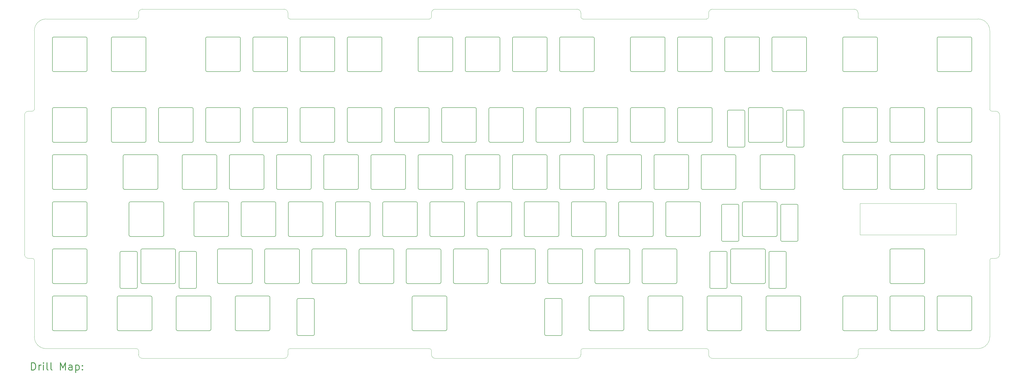
<source format=gbr>
%FSLAX45Y45*%
G04 Gerber Fmt 4.5, Leading zero omitted, Abs format (unit mm)*
G04 Created by KiCad (PCBNEW (5.1.10)-1) date 2021-11-05 23:31:44*
%MOMM*%
%LPD*%
G01*
G04 APERTURE LIST*
%TA.AperFunction,Profile*%
%ADD10C,0.200000*%
%TD*%
%TA.AperFunction,Profile*%
%ADD11C,0.100000*%
%TD*%
%ADD12C,0.200000*%
%ADD13C,0.300000*%
G04 APERTURE END LIST*
D10*
X23905720Y-23320220D02*
G75*
G02*
X23955720Y-23270220I50000J0D01*
G01*
X25255720Y-23270220D02*
G75*
G02*
X25305720Y-23320220I0J-50000D01*
G01*
X22000720Y-23320220D02*
G75*
G02*
X22050720Y-23270220I50000J0D01*
G01*
X25305720Y-23320220D02*
X25305720Y-24620220D01*
X23400720Y-24620220D02*
G75*
G02*
X23350720Y-24670220I-50000J0D01*
G01*
X23955720Y-23270220D02*
X25255720Y-23270220D01*
X23905720Y-23320220D02*
X23905720Y-24620220D01*
X23955720Y-24670220D02*
X25255720Y-24670220D01*
X22050720Y-24670220D02*
G75*
G02*
X22000720Y-24620220I0J50000D01*
G01*
X23350720Y-23270220D02*
G75*
G02*
X23400720Y-23320220I0J-50000D01*
G01*
X19241345Y-28630220D02*
G75*
G02*
X19191345Y-28680220I-50000J0D01*
G01*
X30385095Y-28480220D02*
X31685095Y-28480220D01*
X30335095Y-27130220D02*
X30335095Y-28430220D01*
X15066345Y-27130220D02*
X15066345Y-28430220D01*
X30385095Y-27080220D02*
X31685095Y-27080220D01*
X8665720Y-27130220D02*
X8665720Y-28430220D01*
X13716345Y-28480220D02*
X15016345Y-28480220D01*
X13666345Y-27130220D02*
G75*
G02*
X13716345Y-27080220I50000J0D01*
G01*
X23241345Y-27080220D02*
X24541345Y-27080220D01*
X11335095Y-27080220D02*
X12635095Y-27080220D01*
X13716345Y-28480220D02*
G75*
G02*
X13666345Y-28430220I0J50000D01*
G01*
X15016345Y-27080220D02*
G75*
G02*
X15066345Y-27130220I0J-50000D01*
G01*
X8715720Y-28480220D02*
X10015720Y-28480220D01*
X8715720Y-27080220D02*
X10015720Y-27080220D01*
X43829470Y-25175220D02*
G75*
G02*
X43879470Y-25225220I0J-50000D01*
G01*
X13666345Y-27130220D02*
X13666345Y-28430220D01*
X16097595Y-27080220D02*
X17397595Y-27080220D01*
X17447595Y-28430220D02*
G75*
G02*
X17397595Y-28480220I-50000J0D01*
G01*
X23241345Y-28480220D02*
X24541345Y-28480220D01*
X23191345Y-27130220D02*
X23191345Y-28430220D01*
X28591345Y-28680220D02*
X29191345Y-28680220D01*
X28591345Y-28680220D02*
G75*
G02*
X28541345Y-28630220I0J50000D01*
G01*
X42479470Y-25225220D02*
G75*
G02*
X42529470Y-25175220I50000J0D01*
G01*
X42529470Y-26575220D02*
G75*
G02*
X42479470Y-26525220I0J50000D01*
G01*
X10065720Y-27130220D02*
X10065720Y-28430220D01*
X13716345Y-27080220D02*
X15016345Y-27080220D01*
X16047595Y-27130220D02*
X16047595Y-28430220D01*
X24541345Y-27080220D02*
G75*
G02*
X24591345Y-27130220I0J-50000D01*
G01*
X12685095Y-27130220D02*
X12685095Y-28430220D01*
X11335095Y-28480220D02*
X12635095Y-28480220D01*
X12635095Y-27080220D02*
G75*
G02*
X12685095Y-27130220I0J-50000D01*
G01*
X15066345Y-28430220D02*
G75*
G02*
X15016345Y-28480220I-50000J0D01*
G01*
X29241345Y-27230220D02*
X29241345Y-28630220D01*
X11335095Y-28480220D02*
G75*
G02*
X11285095Y-28430220I0J50000D01*
G01*
X16047595Y-27130220D02*
G75*
G02*
X16097595Y-27080220I50000J0D01*
G01*
X29241345Y-28630220D02*
G75*
G02*
X29191345Y-28680220I-50000J0D01*
G01*
X29191345Y-27180220D02*
G75*
G02*
X29241345Y-27230220I0J-50000D01*
G01*
X18591345Y-27180220D02*
X19191345Y-27180220D01*
X10015720Y-27080220D02*
G75*
G02*
X10065720Y-27130220I0J-50000D01*
G01*
X8715720Y-28480220D02*
G75*
G02*
X8665720Y-28430220I0J50000D01*
G01*
X23191345Y-27130220D02*
G75*
G02*
X23241345Y-27080220I50000J0D01*
G01*
X43879470Y-25225220D02*
X43879470Y-26525220D01*
X12685095Y-28430220D02*
G75*
G02*
X12635095Y-28480220I-50000J0D01*
G01*
X28541345Y-27230220D02*
G75*
G02*
X28591345Y-27180220I50000J0D01*
G01*
X10065720Y-28430220D02*
G75*
G02*
X10015720Y-28480220I-50000J0D01*
G01*
X24591345Y-28430220D02*
G75*
G02*
X24541345Y-28480220I-50000J0D01*
G01*
X18541345Y-27230220D02*
X18541345Y-28630220D01*
X11285095Y-27130220D02*
X11285095Y-28430220D01*
X8665720Y-27130220D02*
G75*
G02*
X8715720Y-27080220I50000J0D01*
G01*
X11285095Y-27130220D02*
G75*
G02*
X11335095Y-27080220I50000J0D01*
G01*
X17447595Y-27130220D02*
X17447595Y-28430220D01*
X16097595Y-28480220D02*
G75*
G02*
X16047595Y-28430220I0J50000D01*
G01*
X24591345Y-27130220D02*
X24591345Y-28430220D01*
X23241345Y-28480220D02*
G75*
G02*
X23191345Y-28430220I0J50000D01*
G01*
X28591345Y-27180220D02*
X29191345Y-27180220D01*
X16097595Y-28480220D02*
X17397595Y-28480220D01*
X28541345Y-27230220D02*
X28541345Y-28630220D01*
X43879470Y-26525220D02*
G75*
G02*
X43829470Y-26575220I-50000J0D01*
G01*
X18591345Y-28680220D02*
X19191345Y-28680220D01*
X19241345Y-27230220D02*
X19241345Y-28630220D01*
X18541345Y-27230220D02*
G75*
G02*
X18591345Y-27180220I50000J0D01*
G01*
X19191345Y-27180220D02*
G75*
G02*
X19241345Y-27230220I0J-50000D01*
G01*
X18591345Y-28680220D02*
G75*
G02*
X18541345Y-28630220I0J50000D01*
G01*
X17397595Y-27080220D02*
G75*
G02*
X17447595Y-27130220I0J-50000D01*
G01*
X42529470Y-28480220D02*
G75*
G02*
X42479470Y-28430220I0J50000D01*
G01*
X45734470Y-27080220D02*
G75*
G02*
X45784470Y-27130220I0J-50000D01*
G01*
X37528845Y-28480220D02*
X38828845Y-28480220D01*
X35147595Y-27080220D02*
X36447595Y-27080220D01*
X31735095Y-28430220D02*
G75*
G02*
X31685095Y-28480220I-50000J0D01*
G01*
X32766345Y-28480220D02*
G75*
G02*
X32716345Y-28430220I0J50000D01*
G01*
X36497595Y-28430220D02*
G75*
G02*
X36447595Y-28480220I-50000J0D01*
G01*
X43829470Y-27080220D02*
G75*
G02*
X43879470Y-27130220I0J-50000D01*
G01*
X34116345Y-28430220D02*
G75*
G02*
X34066345Y-28480220I-50000J0D01*
G01*
X38878845Y-28430220D02*
G75*
G02*
X38828845Y-28480220I-50000J0D01*
G01*
X37478845Y-27130220D02*
G75*
G02*
X37528845Y-27080220I50000J0D01*
G01*
X34066345Y-27080220D02*
G75*
G02*
X34116345Y-27130220I0J-50000D01*
G01*
X42529470Y-27080220D02*
X43829470Y-27080220D01*
X44384470Y-27130220D02*
G75*
G02*
X44434470Y-27080220I50000J0D01*
G01*
X37528845Y-27080220D02*
X38828845Y-27080220D01*
X40574470Y-27130220D02*
X40574470Y-28430220D01*
X37528845Y-28480220D02*
G75*
G02*
X37478845Y-28430220I0J50000D01*
G01*
X45784470Y-27130220D02*
X45784470Y-28430220D01*
X32766345Y-28480220D02*
X34066345Y-28480220D01*
X37478845Y-27130220D02*
X37478845Y-28430220D01*
X43879470Y-27130220D02*
X43879470Y-28430220D01*
X40574470Y-27130220D02*
G75*
G02*
X40624470Y-27080220I50000J0D01*
G01*
X32716345Y-27130220D02*
X32716345Y-28430220D01*
X32716345Y-27130220D02*
G75*
G02*
X32766345Y-27080220I50000J0D01*
G01*
X44384470Y-27130220D02*
X44384470Y-28430220D01*
X41974470Y-28430220D02*
G75*
G02*
X41924470Y-28480220I-50000J0D01*
G01*
X44434470Y-28480220D02*
X45734470Y-28480220D01*
X35097595Y-27130220D02*
G75*
G02*
X35147595Y-27080220I50000J0D01*
G01*
X31735095Y-27130220D02*
X31735095Y-28430220D01*
X32766345Y-27080220D02*
X34066345Y-27080220D01*
X31685095Y-27080220D02*
G75*
G02*
X31735095Y-27130220I0J-50000D01*
G01*
X34116345Y-27130220D02*
X34116345Y-28430220D01*
X40624470Y-27080220D02*
X41924470Y-27080220D01*
X42529470Y-28480220D02*
X43829470Y-28480220D01*
X36497595Y-27130220D02*
X36497595Y-28430220D01*
X42479470Y-27130220D02*
G75*
G02*
X42529470Y-27080220I50000J0D01*
G01*
X41974470Y-27130220D02*
X41974470Y-28430220D01*
X41924470Y-27080220D02*
G75*
G02*
X41974470Y-27130220I0J-50000D01*
G01*
X40624470Y-28480220D02*
X41924470Y-28480220D01*
X43879470Y-28430220D02*
G75*
G02*
X43829470Y-28480220I-50000J0D01*
G01*
X38828845Y-27080220D02*
G75*
G02*
X38878845Y-27130220I0J-50000D01*
G01*
X42479470Y-27130220D02*
X42479470Y-28430220D01*
X44434470Y-27080220D02*
X45734470Y-27080220D01*
X35097595Y-27130220D02*
X35097595Y-28430220D01*
X35147595Y-28480220D02*
X36447595Y-28480220D01*
X35147595Y-28480220D02*
G75*
G02*
X35097595Y-28430220I0J50000D01*
G01*
X38878845Y-27130220D02*
X38878845Y-28430220D01*
X45784470Y-28430220D02*
G75*
G02*
X45734470Y-28480220I-50000J0D01*
G01*
X30335095Y-27130220D02*
G75*
G02*
X30385095Y-27080220I50000J0D01*
G01*
X40624470Y-28480220D02*
G75*
G02*
X40574470Y-28430220I0J50000D01*
G01*
X30385095Y-28480220D02*
G75*
G02*
X30335095Y-28430220I0J50000D01*
G01*
X44434470Y-28480220D02*
G75*
G02*
X44384470Y-28430220I0J50000D01*
G01*
X36447595Y-27080220D02*
G75*
G02*
X36497595Y-27130220I0J-50000D01*
G01*
X19540720Y-23270220D02*
G75*
G02*
X19590720Y-23320220I0J-50000D01*
G01*
X20095720Y-23320220D02*
G75*
G02*
X20145720Y-23270220I50000J0D01*
G01*
X18240720Y-24670220D02*
G75*
G02*
X18190720Y-24620220I0J50000D01*
G01*
X21495720Y-24620220D02*
G75*
G02*
X21445720Y-24670220I-50000J0D01*
G01*
X21445720Y-23270220D02*
G75*
G02*
X21495720Y-23320220I0J-50000D01*
G01*
X22050720Y-23270220D02*
X23350720Y-23270220D01*
X22050720Y-24670220D02*
X23350720Y-24670220D01*
X22000720Y-23320220D02*
X22000720Y-24620220D01*
X23400720Y-23320220D02*
X23400720Y-24620220D01*
X19590720Y-23320220D02*
X19590720Y-24620220D01*
X19590720Y-24620220D02*
G75*
G02*
X19540720Y-24670220I-50000J0D01*
G01*
X20145720Y-23270220D02*
X21445720Y-23270220D01*
X20145720Y-24670220D02*
X21445720Y-24670220D01*
X18190720Y-23320220D02*
G75*
G02*
X18240720Y-23270220I50000J0D01*
G01*
X21495720Y-23320220D02*
X21495720Y-24620220D01*
X20095720Y-23320220D02*
X20095720Y-24620220D01*
X20145720Y-24670220D02*
G75*
G02*
X20095720Y-24620220I0J50000D01*
G01*
X31020720Y-23320220D02*
X31020720Y-24620220D01*
X31575720Y-24670220D02*
X32875720Y-24670220D01*
X34830720Y-23320220D02*
X34830720Y-24620220D01*
X27765720Y-24670220D02*
G75*
G02*
X27715720Y-24620220I0J50000D01*
G01*
X29620720Y-23320220D02*
G75*
G02*
X29670720Y-23270220I50000J0D01*
G01*
X33430720Y-23320220D02*
G75*
G02*
X33480720Y-23270220I50000J0D01*
G01*
X32925720Y-23320220D02*
X32925720Y-24620220D01*
X25860720Y-24670220D02*
G75*
G02*
X25810720Y-24620220I0J50000D01*
G01*
X30970720Y-23270220D02*
G75*
G02*
X31020720Y-23320220I0J-50000D01*
G01*
X36526345Y-23320220D02*
G75*
G02*
X36576345Y-23270220I50000J0D01*
G01*
X36576345Y-24670220D02*
G75*
G02*
X36526345Y-24620220I0J50000D01*
G01*
X29670720Y-23270220D02*
X30970720Y-23270220D01*
X38070145Y-23420220D02*
X38070145Y-24820220D01*
X31575720Y-24670220D02*
G75*
G02*
X31525720Y-24620220I0J50000D01*
G01*
X29115720Y-24620220D02*
G75*
G02*
X29065720Y-24670220I-50000J0D01*
G01*
X37926345Y-23320220D02*
X37926345Y-24620220D01*
X37876345Y-23270220D02*
G75*
G02*
X37926345Y-23320220I0J-50000D01*
G01*
X38720145Y-23370220D02*
G75*
G02*
X38770145Y-23420220I0J-50000D01*
G01*
X35682545Y-23420220D02*
X35682545Y-24820220D01*
X29065720Y-23270220D02*
G75*
G02*
X29115720Y-23320220I0J-50000D01*
G01*
X36576345Y-23270220D02*
X37876345Y-23270220D01*
X27715720Y-23320220D02*
X27715720Y-24620220D01*
X29115720Y-23320220D02*
X29115720Y-24620220D01*
X27715720Y-23320220D02*
G75*
G02*
X27765720Y-23270220I50000J0D01*
G01*
X38120145Y-24870220D02*
G75*
G02*
X38070145Y-24820220I0J50000D01*
G01*
X35682545Y-23420220D02*
G75*
G02*
X35732545Y-23370220I50000J0D01*
G01*
X10065720Y-25225220D02*
X10065720Y-26525220D01*
X8665720Y-25225220D02*
G75*
G02*
X8715720Y-25175220I50000J0D01*
G01*
X10015720Y-25175220D02*
G75*
G02*
X10065720Y-25225220I0J-50000D01*
G01*
X33430720Y-23320220D02*
X33430720Y-24620220D01*
X33480720Y-24670220D02*
G75*
G02*
X33430720Y-24620220I0J50000D01*
G01*
X36382545Y-23420220D02*
X36382545Y-24820220D01*
X29620720Y-23320220D02*
X29620720Y-24620220D01*
X36382545Y-24820220D02*
G75*
G02*
X36332545Y-24870220I-50000J0D01*
G01*
X33480720Y-23270220D02*
X34780720Y-23270220D01*
X35732545Y-24870220D02*
G75*
G02*
X35682545Y-24820220I0J50000D01*
G01*
X31575720Y-23270220D02*
X32875720Y-23270220D01*
X31525720Y-23320220D02*
X31525720Y-24620220D01*
X34830720Y-24620220D02*
G75*
G02*
X34780720Y-24670220I-50000J0D01*
G01*
X34780720Y-23270220D02*
G75*
G02*
X34830720Y-23320220I0J-50000D01*
G01*
X33480720Y-24670220D02*
X34780720Y-24670220D01*
X29670720Y-24670220D02*
G75*
G02*
X29620720Y-24620220I0J50000D01*
G01*
X36576345Y-24670220D02*
X37876345Y-24670220D01*
X36526345Y-23320220D02*
X36526345Y-24620220D01*
X27765720Y-24670220D02*
X29065720Y-24670220D01*
X38120145Y-24870220D02*
X38720145Y-24870220D01*
X38770145Y-23420220D02*
X38770145Y-24820220D01*
X32925720Y-24620220D02*
G75*
G02*
X32875720Y-24670220I-50000J0D01*
G01*
X32875720Y-23270220D02*
G75*
G02*
X32925720Y-23320220I0J-50000D01*
G01*
X37926345Y-24620220D02*
G75*
G02*
X37876345Y-24670220I-50000J0D01*
G01*
X38120145Y-23370220D02*
X38720145Y-23370220D01*
X38070145Y-23420220D02*
G75*
G02*
X38120145Y-23370220I50000J0D01*
G01*
X38770145Y-24820220D02*
G75*
G02*
X38720145Y-24870220I-50000J0D01*
G01*
X35732545Y-23370220D02*
X36332545Y-23370220D01*
X35732545Y-24870220D02*
X36332545Y-24870220D01*
X31525720Y-23320220D02*
G75*
G02*
X31575720Y-23270220I50000J0D01*
G01*
X36332545Y-23370220D02*
G75*
G02*
X36382545Y-23420220I0J-50000D01*
G01*
X8715720Y-25175220D02*
X10015720Y-25175220D01*
X8715720Y-26575220D02*
X10015720Y-26575220D01*
X29670720Y-24670220D02*
X30970720Y-24670220D01*
X8665720Y-25225220D02*
X8665720Y-26525220D01*
X27210720Y-24620220D02*
G75*
G02*
X27160720Y-24670220I-50000J0D01*
G01*
X31020720Y-24620220D02*
G75*
G02*
X30970720Y-24670220I-50000J0D01*
G01*
X27765720Y-23270220D02*
X29065720Y-23270220D01*
X20543220Y-26525220D02*
G75*
G02*
X20493220Y-26575220I-50000J0D01*
G01*
X8715720Y-26575220D02*
G75*
G02*
X8665720Y-26525220I0J50000D01*
G01*
X22953220Y-25225220D02*
G75*
G02*
X23003220Y-25175220I50000J0D01*
G01*
X15383220Y-26575220D02*
X16683220Y-26575220D01*
X24303220Y-25175220D02*
G75*
G02*
X24353220Y-25225220I0J-50000D01*
G01*
X13831395Y-25275220D02*
X14431395Y-25275220D01*
X12093795Y-26725220D02*
G75*
G02*
X12043795Y-26775220I-50000J0D01*
G01*
X15333220Y-25225220D02*
X15333220Y-26525220D01*
X17288220Y-26575220D02*
G75*
G02*
X17238220Y-26525220I0J50000D01*
G01*
X13831395Y-26775220D02*
G75*
G02*
X13781395Y-26725220I0J50000D01*
G01*
X15333220Y-25225220D02*
G75*
G02*
X15383220Y-25175220I50000J0D01*
G01*
X16733220Y-25225220D02*
X16733220Y-26525220D01*
X12237595Y-25225220D02*
X12237595Y-26525220D01*
X12287595Y-26575220D02*
G75*
G02*
X12237595Y-26525220I0J50000D01*
G01*
X13637595Y-26525220D02*
G75*
G02*
X13587595Y-26575220I-50000J0D01*
G01*
X15383220Y-25175220D02*
X16683220Y-25175220D01*
X15383220Y-26575220D02*
G75*
G02*
X15333220Y-26525220I0J50000D01*
G01*
X18588220Y-25175220D02*
G75*
G02*
X18638220Y-25225220I0J-50000D01*
G01*
X18638220Y-26525220D02*
G75*
G02*
X18588220Y-26575220I-50000J0D01*
G01*
X19193220Y-25175220D02*
X20493220Y-25175220D01*
X21048220Y-25225220D02*
G75*
G02*
X21098220Y-25175220I50000J0D01*
G01*
X22398220Y-25175220D02*
G75*
G02*
X22448220Y-25225220I0J-50000D01*
G01*
X12237595Y-25225220D02*
G75*
G02*
X12287595Y-25175220I50000J0D01*
G01*
X21098220Y-26575220D02*
G75*
G02*
X21048220Y-26525220I0J50000D01*
G01*
X13831395Y-26775220D02*
X14431395Y-26775220D01*
X11443795Y-26775220D02*
G75*
G02*
X11393795Y-26725220I0J50000D01*
G01*
X17288220Y-25175220D02*
X18588220Y-25175220D01*
X23003220Y-25175220D02*
X24303220Y-25175220D01*
X11443795Y-26775220D02*
X12043795Y-26775220D01*
X10065720Y-26525220D02*
G75*
G02*
X10015720Y-26575220I-50000J0D01*
G01*
X12287595Y-25175220D02*
X13587595Y-25175220D01*
X13637595Y-25225220D02*
X13637595Y-26525220D01*
X14481395Y-26725220D02*
G75*
G02*
X14431395Y-26775220I-50000J0D01*
G01*
X12093795Y-25325220D02*
X12093795Y-26725220D01*
X11393795Y-25325220D02*
G75*
G02*
X11443795Y-25275220I50000J0D01*
G01*
X16683220Y-25175220D02*
G75*
G02*
X16733220Y-25225220I0J-50000D01*
G01*
X17238220Y-25225220D02*
X17238220Y-26525220D01*
X19143220Y-25225220D02*
G75*
G02*
X19193220Y-25175220I50000J0D01*
G01*
X14481395Y-25325220D02*
X14481395Y-26725220D01*
X13781395Y-25325220D02*
G75*
G02*
X13831395Y-25275220I50000J0D01*
G01*
X20493220Y-25175220D02*
G75*
G02*
X20543220Y-25225220I0J-50000D01*
G01*
X12043795Y-25275220D02*
G75*
G02*
X12093795Y-25325220I0J-50000D01*
G01*
X19193220Y-26575220D02*
G75*
G02*
X19143220Y-26525220I0J50000D01*
G01*
X21098220Y-26575220D02*
X22398220Y-26575220D01*
X14431395Y-25275220D02*
G75*
G02*
X14481395Y-25325220I0J-50000D01*
G01*
X21048220Y-25225220D02*
X21048220Y-26525220D01*
X22448220Y-25225220D02*
X22448220Y-26525220D01*
X11443795Y-25275220D02*
X12043795Y-25275220D01*
X13781395Y-25325220D02*
X13781395Y-26725220D01*
X11393795Y-25325220D02*
X11393795Y-26725220D01*
X17288220Y-26575220D02*
X18588220Y-26575220D01*
X17238220Y-25225220D02*
G75*
G02*
X17288220Y-25175220I50000J0D01*
G01*
X19193220Y-26575220D02*
X20493220Y-26575220D01*
X20543220Y-25225220D02*
X20543220Y-26525220D01*
X23003220Y-26575220D02*
X24303220Y-26575220D01*
X16733220Y-26525220D02*
G75*
G02*
X16683220Y-26575220I-50000J0D01*
G01*
X22953220Y-25225220D02*
X22953220Y-26525220D01*
X13587595Y-25175220D02*
G75*
G02*
X13637595Y-25225220I0J-50000D01*
G01*
X22448220Y-26525220D02*
G75*
G02*
X22398220Y-26575220I-50000J0D01*
G01*
X24353220Y-25225220D02*
X24353220Y-26525220D01*
X21098220Y-25175220D02*
X22398220Y-25175220D01*
X19143220Y-25225220D02*
X19143220Y-26525220D01*
X12287595Y-26575220D02*
X13587595Y-26575220D01*
X18638220Y-25225220D02*
X18638220Y-26525220D01*
X28113220Y-25175220D02*
G75*
G02*
X28163220Y-25225220I0J-50000D01*
G01*
X35256295Y-25275220D02*
X35856295Y-25275220D01*
X35206295Y-25325220D02*
X35206295Y-26725220D01*
X26813220Y-26575220D02*
G75*
G02*
X26763220Y-26525220I0J50000D01*
G01*
X30623220Y-26575220D02*
G75*
G02*
X30573220Y-26525220I0J50000D01*
G01*
X30018220Y-25175220D02*
G75*
G02*
X30068220Y-25225220I0J-50000D01*
G01*
X30573220Y-25225220D02*
G75*
G02*
X30623220Y-25175220I50000J0D01*
G01*
X33828220Y-25175220D02*
G75*
G02*
X33878220Y-25225220I0J-50000D01*
G01*
X24353220Y-26525220D02*
G75*
G02*
X24303220Y-26575220I-50000J0D01*
G01*
X31923220Y-25175220D02*
G75*
G02*
X31973220Y-25225220I0J-50000D01*
G01*
X33878220Y-26525220D02*
G75*
G02*
X33828220Y-26575220I-50000J0D01*
G01*
X24858220Y-25225220D02*
G75*
G02*
X24908220Y-25175220I50000J0D01*
G01*
X26813220Y-25175220D02*
X28113220Y-25175220D01*
X31973220Y-25225220D02*
X31973220Y-26525220D01*
X36050095Y-25225220D02*
X36050095Y-26525220D01*
X32528220Y-26575220D02*
G75*
G02*
X32478220Y-26525220I0J50000D01*
G01*
X37400095Y-25175220D02*
G75*
G02*
X37450095Y-25225220I0J-50000D01*
G01*
X37643895Y-25275220D02*
X38243895Y-25275220D01*
X37643895Y-26775220D02*
G75*
G02*
X37593895Y-26725220I0J50000D01*
G01*
X35906295Y-25325220D02*
X35906295Y-26725220D01*
X36050095Y-25225220D02*
G75*
G02*
X36100095Y-25175220I50000J0D01*
G01*
X35206295Y-25325220D02*
G75*
G02*
X35256295Y-25275220I50000J0D01*
G01*
X30068220Y-26525220D02*
G75*
G02*
X30018220Y-26575220I-50000J0D01*
G01*
X36100095Y-25175220D02*
X37400095Y-25175220D01*
X24908220Y-26575220D02*
X26208220Y-26575220D01*
X26208220Y-25175220D02*
G75*
G02*
X26258220Y-25225220I0J-50000D01*
G01*
X37593895Y-25325220D02*
X37593895Y-26725220D01*
X35256295Y-26775220D02*
X35856295Y-26775220D01*
X35856295Y-25275220D02*
G75*
G02*
X35906295Y-25325220I0J-50000D01*
G01*
X26813220Y-26575220D02*
X28113220Y-26575220D01*
X24908220Y-26575220D02*
G75*
G02*
X24858220Y-26525220I0J50000D01*
G01*
X30623220Y-25175220D02*
X31923220Y-25175220D01*
X30573220Y-25225220D02*
X30573220Y-26525220D01*
X38243895Y-25275220D02*
G75*
G02*
X38293895Y-25325220I0J-50000D01*
G01*
X32478220Y-25225220D02*
X32478220Y-26525220D01*
X28718220Y-26575220D02*
X30018220Y-26575220D01*
X26258220Y-25225220D02*
X26258220Y-26525220D01*
X28163220Y-26525220D02*
G75*
G02*
X28113220Y-26575220I-50000J0D01*
G01*
X26763220Y-25225220D02*
X26763220Y-26525220D01*
X28163220Y-25225220D02*
X28163220Y-26525220D01*
X28718220Y-25175220D02*
X30018220Y-25175220D01*
X30068220Y-25225220D02*
X30068220Y-26525220D01*
X24858220Y-25225220D02*
X24858220Y-26525220D01*
X28718220Y-26575220D02*
G75*
G02*
X28668220Y-26525220I0J50000D01*
G01*
X30623220Y-26575220D02*
X31923220Y-26575220D01*
X32528220Y-26575220D02*
X33828220Y-26575220D01*
X36100095Y-26575220D02*
G75*
G02*
X36050095Y-26525220I0J50000D01*
G01*
X24908220Y-25175220D02*
X26208220Y-25175220D01*
X26763220Y-25225220D02*
G75*
G02*
X26813220Y-25175220I50000J0D01*
G01*
X37450095Y-25225220D02*
X37450095Y-26525220D01*
X32528220Y-25175220D02*
X33828220Y-25175220D01*
X31973220Y-26525220D02*
G75*
G02*
X31923220Y-26575220I-50000J0D01*
G01*
X23003220Y-26575220D02*
G75*
G02*
X22953220Y-26525220I0J50000D01*
G01*
X32478220Y-25225220D02*
G75*
G02*
X32528220Y-25175220I50000J0D01*
G01*
X36100095Y-26575220D02*
X37400095Y-26575220D01*
X28668220Y-25225220D02*
X28668220Y-26525220D01*
X37450095Y-26525220D02*
G75*
G02*
X37400095Y-26575220I-50000J0D01*
G01*
X26258220Y-26525220D02*
G75*
G02*
X26208220Y-26575220I-50000J0D01*
G01*
X28668220Y-25225220D02*
G75*
G02*
X28718220Y-25175220I50000J0D01*
G01*
X37643895Y-26775220D02*
X38243895Y-26775220D01*
X38293895Y-25325220D02*
X38293895Y-26725220D01*
X33878220Y-25225220D02*
X33878220Y-26525220D01*
X37593895Y-25325220D02*
G75*
G02*
X37643895Y-25275220I50000J0D01*
G01*
X38293895Y-26725220D02*
G75*
G02*
X38243895Y-26775220I-50000J0D01*
G01*
X42479470Y-25225220D02*
X42479470Y-26525220D01*
X42529470Y-26575220D02*
X43829470Y-26575220D01*
X35256295Y-26775220D02*
G75*
G02*
X35206295Y-26725220I0J50000D01*
G01*
X35906295Y-26725220D02*
G75*
G02*
X35856295Y-26775220I-50000J0D01*
G01*
X42529470Y-25175220D02*
X43829470Y-25175220D01*
X25810720Y-23320220D02*
X25810720Y-24620220D01*
X23955720Y-24670220D02*
G75*
G02*
X23905720Y-24620220I0J50000D01*
G01*
X25810720Y-23320220D02*
G75*
G02*
X25860720Y-23270220I50000J0D01*
G01*
X25860720Y-24670220D02*
X27160720Y-24670220D01*
X25305720Y-24620220D02*
G75*
G02*
X25255720Y-24670220I-50000J0D01*
G01*
X25860720Y-23270220D02*
X27160720Y-23270220D01*
X27160720Y-23270220D02*
G75*
G02*
X27210720Y-23320220I0J-50000D01*
G01*
X27210720Y-23320220D02*
X27210720Y-24620220D01*
X27239470Y-16652720D02*
G75*
G02*
X27289470Y-16602720I50000J0D01*
G01*
X26684470Y-16602720D02*
G75*
G02*
X26734470Y-16652720I0J-50000D01*
G01*
X26734470Y-17952720D02*
G75*
G02*
X26684470Y-18002720I-50000J0D01*
G01*
X28589470Y-16602720D02*
G75*
G02*
X28639470Y-16652720I0J-50000D01*
G01*
X27289470Y-18002720D02*
G75*
G02*
X27239470Y-17952720I0J50000D01*
G01*
X24779470Y-16602720D02*
G75*
G02*
X24829470Y-16652720I0J-50000D01*
G01*
X29194470Y-16602720D02*
X30494470Y-16602720D01*
X29194470Y-18002720D02*
X30494470Y-18002720D01*
X25384470Y-18002720D02*
G75*
G02*
X25334470Y-17952720I0J50000D01*
G01*
X25334470Y-16652720D02*
G75*
G02*
X25384470Y-16602720I50000J0D01*
G01*
X29144470Y-16652720D02*
X29144470Y-17952720D01*
X25384470Y-18002720D02*
X26684470Y-18002720D01*
X24829470Y-17952720D02*
G75*
G02*
X24779470Y-18002720I-50000J0D01*
G01*
X28639470Y-17952720D02*
G75*
G02*
X28589470Y-18002720I-50000J0D01*
G01*
X30544470Y-16652720D02*
X30544470Y-17952720D01*
X29144470Y-16652720D02*
G75*
G02*
X29194470Y-16602720I50000J0D01*
G01*
X25384470Y-16602720D02*
X26684470Y-16602720D01*
X23479470Y-18002720D02*
G75*
G02*
X23429470Y-17952720I0J50000D01*
G01*
X25334470Y-16652720D02*
X25334470Y-17952720D01*
X26734470Y-16652720D02*
X26734470Y-17952720D01*
X27289470Y-16602720D02*
X28589470Y-16602720D01*
X27289470Y-18002720D02*
X28589470Y-18002720D01*
X27239470Y-16652720D02*
X27239470Y-17952720D01*
X28639470Y-16652720D02*
X28639470Y-17952720D01*
X10015720Y-19460220D02*
G75*
G02*
X10065720Y-19510220I0J-50000D01*
G01*
X33401970Y-17952720D02*
G75*
G02*
X33351970Y-18002720I-50000J0D01*
G01*
X37766970Y-18002720D02*
G75*
G02*
X37716970Y-17952720I0J50000D01*
G01*
X44434470Y-16602720D02*
X45734470Y-16602720D01*
X37766970Y-18002720D02*
X39066970Y-18002720D01*
X35861970Y-18002720D02*
X37161970Y-18002720D01*
X40624470Y-16602720D02*
X41924470Y-16602720D01*
X44434470Y-18002720D02*
X45734470Y-18002720D01*
X37716970Y-16652720D02*
X37716970Y-17952720D01*
X8715720Y-20860220D02*
X10015720Y-20860220D01*
X10065720Y-19510220D02*
X10065720Y-20810220D01*
X30494470Y-16602720D02*
G75*
G02*
X30544470Y-16652720I0J-50000D01*
G01*
X35306970Y-16652720D02*
X35306970Y-17952720D01*
X35306970Y-17952720D02*
G75*
G02*
X35256970Y-18002720I-50000J0D01*
G01*
X35861970Y-16602720D02*
X37161970Y-16602720D01*
X37161970Y-16602720D02*
G75*
G02*
X37211970Y-16652720I0J-50000D01*
G01*
X41974470Y-16652720D02*
X41974470Y-17952720D01*
X8715720Y-19460220D02*
X10015720Y-19460220D01*
X8665720Y-19510220D02*
X8665720Y-20810220D01*
X8715720Y-20860220D02*
G75*
G02*
X8665720Y-20810220I0J50000D01*
G01*
X45734470Y-16602720D02*
G75*
G02*
X45784470Y-16652720I0J-50000D01*
G01*
X10065720Y-20810220D02*
G75*
G02*
X10015720Y-20860220I-50000J0D01*
G01*
X35256970Y-16602720D02*
G75*
G02*
X35306970Y-16652720I0J-50000D01*
G01*
X11096970Y-19460220D02*
X12396970Y-19460220D01*
X35811970Y-16652720D02*
X35811970Y-17952720D01*
X11096970Y-20860220D02*
X12396970Y-20860220D01*
X11046970Y-19510220D02*
X11046970Y-20810220D01*
X12446970Y-19510220D02*
X12446970Y-20810220D01*
X11046970Y-19510220D02*
G75*
G02*
X11096970Y-19460220I50000J0D01*
G01*
X33956970Y-16602720D02*
X35256970Y-16602720D01*
X32001970Y-16652720D02*
X32001970Y-17952720D01*
X33956970Y-18002720D02*
X35256970Y-18002720D01*
X33906970Y-16652720D02*
G75*
G02*
X33956970Y-16602720I50000J0D01*
G01*
X32051970Y-16602720D02*
X33351970Y-16602720D01*
X30544470Y-17952720D02*
G75*
G02*
X30494470Y-18002720I-50000J0D01*
G01*
X32001970Y-16652720D02*
G75*
G02*
X32051970Y-16602720I50000J0D01*
G01*
X37211970Y-17952720D02*
G75*
G02*
X37161970Y-18002720I-50000J0D01*
G01*
X39066970Y-16602720D02*
G75*
G02*
X39116970Y-16652720I0J-50000D01*
G01*
X35811970Y-16652720D02*
G75*
G02*
X35861970Y-16602720I50000J0D01*
G01*
X39116970Y-17952720D02*
G75*
G02*
X39066970Y-18002720I-50000J0D01*
G01*
X41924470Y-16602720D02*
G75*
G02*
X41974470Y-16652720I0J-50000D01*
G01*
X39116970Y-16652720D02*
X39116970Y-17952720D01*
X32051970Y-18002720D02*
G75*
G02*
X32001970Y-17952720I0J50000D01*
G01*
X40624470Y-18002720D02*
G75*
G02*
X40574470Y-17952720I0J50000D01*
G01*
X41974470Y-17952720D02*
G75*
G02*
X41924470Y-18002720I-50000J0D01*
G01*
X44384470Y-16652720D02*
X44384470Y-17952720D01*
X45784470Y-16652720D02*
X45784470Y-17952720D01*
X33351970Y-16602720D02*
G75*
G02*
X33401970Y-16652720I0J-50000D01*
G01*
X37211970Y-16652720D02*
X37211970Y-17952720D01*
X40574470Y-16652720D02*
X40574470Y-17952720D01*
X40574470Y-16652720D02*
G75*
G02*
X40624470Y-16602720I50000J0D01*
G01*
X29194470Y-18002720D02*
G75*
G02*
X29144470Y-17952720I0J50000D01*
G01*
X32051970Y-18002720D02*
X33351970Y-18002720D01*
X44384470Y-16652720D02*
G75*
G02*
X44434470Y-16602720I50000J0D01*
G01*
X44434470Y-18002720D02*
G75*
G02*
X44384470Y-17952720I0J50000D01*
G01*
X40624470Y-18002720D02*
X41924470Y-18002720D01*
X45784470Y-17952720D02*
G75*
G02*
X45734470Y-18002720I-50000J0D01*
G01*
X33956970Y-18002720D02*
G75*
G02*
X33906970Y-17952720I0J50000D01*
G01*
X8665720Y-19510220D02*
G75*
G02*
X8715720Y-19460220I50000J0D01*
G01*
X35861970Y-18002720D02*
G75*
G02*
X35811970Y-17952720I0J50000D01*
G01*
X33401970Y-16652720D02*
X33401970Y-17952720D01*
X37716970Y-16652720D02*
G75*
G02*
X37766970Y-16602720I50000J0D01*
G01*
X33906970Y-16652720D02*
X33906970Y-17952720D01*
X37766970Y-16602720D02*
X39066970Y-16602720D01*
X10065720Y-17952720D02*
G75*
G02*
X10015720Y-18002720I-50000J0D01*
G01*
X8715720Y-18002720D02*
G75*
G02*
X8665720Y-17952720I0J50000D01*
G01*
X16811970Y-18002720D02*
X18111970Y-18002720D01*
X16256970Y-16652720D02*
X16256970Y-17952720D01*
X18666970Y-16652720D02*
X18666970Y-17952720D01*
X14856970Y-16652720D02*
G75*
G02*
X14906970Y-16602720I50000J0D01*
G01*
X12396970Y-16602720D02*
G75*
G02*
X12446970Y-16652720I0J-50000D01*
G01*
X16206970Y-16602720D02*
G75*
G02*
X16256970Y-16652720I0J-50000D01*
G01*
X16811970Y-16602720D02*
X18111970Y-16602720D01*
X18161970Y-17952720D02*
G75*
G02*
X18111970Y-18002720I-50000J0D01*
G01*
X18666970Y-16652720D02*
G75*
G02*
X18716970Y-16602720I50000J0D01*
G01*
X20621970Y-16602720D02*
X21921970Y-16602720D01*
X8715720Y-16602720D02*
X10015720Y-16602720D01*
X11046970Y-16652720D02*
X11046970Y-17952720D01*
X8715720Y-18002720D02*
X10015720Y-18002720D01*
X12446970Y-17952720D02*
G75*
G02*
X12396970Y-18002720I-50000J0D01*
G01*
X14906970Y-16602720D02*
X16206970Y-16602720D01*
X14906970Y-18002720D02*
G75*
G02*
X14856970Y-17952720I0J50000D01*
G01*
X18716970Y-16602720D02*
X20016970Y-16602720D01*
X16811970Y-18002720D02*
G75*
G02*
X16761970Y-17952720I0J50000D01*
G01*
X16761970Y-16652720D02*
G75*
G02*
X16811970Y-16602720I50000J0D01*
G01*
X11096970Y-18002720D02*
X12396970Y-18002720D01*
X18161970Y-16652720D02*
X18161970Y-17952720D01*
X18111970Y-16602720D02*
G75*
G02*
X18161970Y-16652720I0J-50000D01*
G01*
X10015720Y-16602720D02*
G75*
G02*
X10065720Y-16652720I0J-50000D01*
G01*
X12446970Y-16652720D02*
X12446970Y-17952720D01*
X11046970Y-16652720D02*
G75*
G02*
X11096970Y-16602720I50000J0D01*
G01*
X18716970Y-18002720D02*
X20016970Y-18002720D01*
X20016970Y-16602720D02*
G75*
G02*
X20066970Y-16652720I0J-50000D01*
G01*
X18716970Y-18002720D02*
G75*
G02*
X18666970Y-17952720I0J50000D01*
G01*
X20621970Y-18002720D02*
X21921970Y-18002720D01*
X21971970Y-16652720D02*
X21971970Y-17952720D01*
X20571970Y-16652720D02*
X20571970Y-17952720D01*
X21921970Y-16602720D02*
G75*
G02*
X21971970Y-16652720I0J-50000D01*
G01*
X11096970Y-16602720D02*
X12396970Y-16602720D01*
X20621970Y-18002720D02*
G75*
G02*
X20571970Y-17952720I0J50000D01*
G01*
X23479470Y-16602720D02*
X24779470Y-16602720D01*
X23479470Y-18002720D02*
X24779470Y-18002720D01*
X20066970Y-16652720D02*
X20066970Y-17952720D01*
X20571970Y-16652720D02*
G75*
G02*
X20621970Y-16602720I50000J0D01*
G01*
X8665720Y-16652720D02*
G75*
G02*
X8715720Y-16602720I50000J0D01*
G01*
X8665720Y-16652720D02*
X8665720Y-17952720D01*
X11096970Y-18002720D02*
G75*
G02*
X11046970Y-17952720I0J50000D01*
G01*
X16761970Y-16652720D02*
X16761970Y-17952720D01*
X23429470Y-16652720D02*
X23429470Y-17952720D01*
X24829470Y-16652720D02*
X24829470Y-17952720D01*
X20066970Y-17952720D02*
G75*
G02*
X20016970Y-18002720I-50000J0D01*
G01*
X16256970Y-17952720D02*
G75*
G02*
X16206970Y-18002720I-50000J0D01*
G01*
X21971970Y-17952720D02*
G75*
G02*
X21921970Y-18002720I-50000J0D01*
G01*
X14906970Y-18002720D02*
X16206970Y-18002720D01*
X23429470Y-16652720D02*
G75*
G02*
X23479470Y-16602720I50000J0D01*
G01*
X10065720Y-16652720D02*
X10065720Y-17952720D01*
X14856970Y-16652720D02*
X14856970Y-17952720D01*
X19114470Y-21415220D02*
X19114470Y-22715220D01*
X15859470Y-22765220D02*
G75*
G02*
X15809470Y-22715220I0J50000D01*
G01*
X19064470Y-21365220D02*
G75*
G02*
X19114470Y-21415220I0J-50000D01*
G01*
X13904470Y-21415220D02*
G75*
G02*
X13954470Y-21365220I50000J0D01*
G01*
X12923220Y-21415220D02*
X12923220Y-22715220D01*
X15254470Y-21365220D02*
G75*
G02*
X15304470Y-21415220I0J-50000D01*
G01*
X13954470Y-22765220D02*
G75*
G02*
X13904470Y-22715220I0J50000D01*
G01*
X17714470Y-21415220D02*
X17714470Y-22715220D01*
X10065720Y-22715220D02*
G75*
G02*
X10015720Y-22765220I-50000J0D01*
G01*
X13954470Y-22765220D02*
X15254470Y-22765220D01*
X13904470Y-21415220D02*
X13904470Y-22715220D01*
X17209470Y-21415220D02*
X17209470Y-22715220D01*
X17764470Y-22765220D02*
G75*
G02*
X17714470Y-22715220I0J50000D01*
G01*
X10065720Y-21415220D02*
X10065720Y-22715220D01*
X19669470Y-21365220D02*
X20969470Y-21365220D01*
X21524470Y-21415220D02*
X21524470Y-22715220D01*
X21574470Y-22765220D02*
X22874470Y-22765220D01*
X22924470Y-21415220D02*
X22924470Y-22715220D01*
X8665720Y-21415220D02*
X8665720Y-22715220D01*
X21524470Y-21415220D02*
G75*
G02*
X21574470Y-21365220I50000J0D01*
G01*
X22874470Y-21365220D02*
G75*
G02*
X22924470Y-21415220I0J-50000D01*
G01*
X15304470Y-21415220D02*
X15304470Y-22715220D01*
X11573220Y-21365220D02*
X12873220Y-21365220D01*
X11573220Y-22765220D02*
X12873220Y-22765220D01*
X17714470Y-21415220D02*
G75*
G02*
X17764470Y-21365220I50000J0D01*
G01*
X12923220Y-22715220D02*
G75*
G02*
X12873220Y-22765220I-50000J0D01*
G01*
X23479470Y-21365220D02*
X24779470Y-21365220D01*
X19669470Y-22765220D02*
G75*
G02*
X19619470Y-22715220I0J50000D01*
G01*
X13954470Y-21365220D02*
X15254470Y-21365220D01*
X19619470Y-21415220D02*
X19619470Y-22715220D01*
X17159470Y-21365220D02*
G75*
G02*
X17209470Y-21415220I0J-50000D01*
G01*
X21019470Y-22715220D02*
G75*
G02*
X20969470Y-22765220I-50000J0D01*
G01*
X23429470Y-21415220D02*
G75*
G02*
X23479470Y-21365220I50000J0D01*
G01*
X17209470Y-22715220D02*
G75*
G02*
X17159470Y-22765220I-50000J0D01*
G01*
X24779470Y-21365220D02*
G75*
G02*
X24829470Y-21415220I0J-50000D01*
G01*
X24829470Y-22715220D02*
G75*
G02*
X24779470Y-22765220I-50000J0D01*
G01*
X15304470Y-22715220D02*
G75*
G02*
X15254470Y-22765220I-50000J0D01*
G01*
X25384470Y-21365220D02*
X26684470Y-21365220D01*
X15809470Y-21415220D02*
G75*
G02*
X15859470Y-21365220I50000J0D01*
G01*
X11573220Y-22765220D02*
G75*
G02*
X11523220Y-22715220I0J50000D01*
G01*
X15859470Y-21365220D02*
X17159470Y-21365220D01*
X21019470Y-21415220D02*
X21019470Y-22715220D01*
X21574470Y-21365220D02*
X22874470Y-21365220D01*
X21574470Y-22765220D02*
G75*
G02*
X21524470Y-22715220I0J50000D01*
G01*
X22924470Y-22715220D02*
G75*
G02*
X22874470Y-22765220I-50000J0D01*
G01*
X23429470Y-21415220D02*
X23429470Y-22715220D01*
X8715720Y-22765220D02*
G75*
G02*
X8665720Y-22715220I0J50000D01*
G01*
X12873220Y-21365220D02*
G75*
G02*
X12923220Y-21415220I0J-50000D01*
G01*
X8665720Y-21415220D02*
G75*
G02*
X8715720Y-21365220I50000J0D01*
G01*
X19114470Y-22715220D02*
G75*
G02*
X19064470Y-22765220I-50000J0D01*
G01*
X24829470Y-21415220D02*
X24829470Y-22715220D01*
X23479470Y-22765220D02*
G75*
G02*
X23429470Y-22715220I0J50000D01*
G01*
X17764470Y-22765220D02*
X19064470Y-22765220D01*
X23479470Y-22765220D02*
X24779470Y-22765220D01*
X10015720Y-21365220D02*
G75*
G02*
X10065720Y-21415220I0J-50000D01*
G01*
X11523220Y-21415220D02*
X11523220Y-22715220D01*
X11523220Y-21415220D02*
G75*
G02*
X11573220Y-21365220I50000J0D01*
G01*
X15859470Y-22765220D02*
X17159470Y-22765220D01*
X17764470Y-21365220D02*
X19064470Y-21365220D01*
X19669470Y-22765220D02*
X20969470Y-22765220D01*
X19619470Y-21415220D02*
G75*
G02*
X19669470Y-21365220I50000J0D01*
G01*
X20969470Y-21365220D02*
G75*
G02*
X21019470Y-21415220I0J-50000D01*
G01*
X15809470Y-21415220D02*
X15809470Y-22715220D01*
X44434470Y-20860220D02*
X45734470Y-20860220D01*
X45734470Y-19460220D02*
G75*
G02*
X45784470Y-19510220I0J-50000D01*
G01*
X44434470Y-19460220D02*
X45734470Y-19460220D01*
X45784470Y-20810220D02*
G75*
G02*
X45734470Y-20860220I-50000J0D01*
G01*
X40574470Y-19510220D02*
X40574470Y-20810220D01*
X36620670Y-21010220D02*
G75*
G02*
X36570670Y-21060220I-50000J0D01*
G01*
X43879470Y-19510220D02*
X43879470Y-20810220D01*
X41924470Y-19460220D02*
G75*
G02*
X41974470Y-19510220I0J-50000D01*
G01*
X40624470Y-20860220D02*
X41924470Y-20860220D01*
X8715720Y-21365220D02*
X10015720Y-21365220D01*
X41974470Y-20810220D02*
G75*
G02*
X41924470Y-20860220I-50000J0D01*
G01*
X42529470Y-20860220D02*
G75*
G02*
X42479470Y-20810220I0J50000D01*
G01*
X44434470Y-20860220D02*
G75*
G02*
X44384470Y-20810220I0J50000D01*
G01*
X8715720Y-22765220D02*
X10015720Y-22765220D01*
X42479470Y-19510220D02*
X42479470Y-20810220D01*
X42479470Y-19510220D02*
G75*
G02*
X42529470Y-19460220I50000J0D01*
G01*
X41974470Y-19510220D02*
X41974470Y-20810220D01*
X45784470Y-19510220D02*
X45784470Y-20810220D01*
X40624470Y-20860220D02*
G75*
G02*
X40574470Y-20810220I0J50000D01*
G01*
X40574470Y-19510220D02*
G75*
G02*
X40624470Y-19460220I50000J0D01*
G01*
X40624470Y-19460220D02*
X41924470Y-19460220D01*
X42529470Y-19460220D02*
X43829470Y-19460220D01*
X35970670Y-21060220D02*
G75*
G02*
X35920670Y-21010220I0J50000D01*
G01*
X43829470Y-19460220D02*
G75*
G02*
X43879470Y-19510220I0J-50000D01*
G01*
X42529470Y-20860220D02*
X43829470Y-20860220D01*
X43879470Y-20810220D02*
G75*
G02*
X43829470Y-20860220I-50000J0D01*
G01*
X44384470Y-19510220D02*
X44384470Y-20810220D01*
X44384470Y-19510220D02*
G75*
G02*
X44434470Y-19460220I50000J0D01*
G01*
X42479470Y-21415220D02*
G75*
G02*
X42529470Y-21365220I50000J0D01*
G01*
X43829470Y-21365220D02*
G75*
G02*
X43879470Y-21415220I0J-50000D01*
G01*
X41974470Y-22715220D02*
G75*
G02*
X41924470Y-22765220I-50000J0D01*
G01*
X37290720Y-22765220D02*
G75*
G02*
X37240720Y-22715220I0J50000D01*
G01*
X42529470Y-21365220D02*
X43829470Y-21365220D01*
X40574470Y-21415220D02*
G75*
G02*
X40624470Y-21365220I50000J0D01*
G01*
X41924470Y-21365220D02*
G75*
G02*
X41974470Y-21415220I0J-50000D01*
G01*
X42529470Y-22765220D02*
X43829470Y-22765220D01*
X42529470Y-22765220D02*
G75*
G02*
X42479470Y-22715220I0J50000D01*
G01*
X44434470Y-22765220D02*
X45734470Y-22765220D01*
X45784470Y-21415220D02*
X45784470Y-22715220D01*
X45734470Y-21365220D02*
G75*
G02*
X45784470Y-21415220I0J-50000D01*
G01*
X44434470Y-22765220D02*
G75*
G02*
X44384470Y-22715220I0J50000D01*
G01*
X8715720Y-23270220D02*
X10015720Y-23270220D01*
X40624470Y-22765220D02*
G75*
G02*
X40574470Y-22715220I0J50000D01*
G01*
X45784470Y-22715220D02*
G75*
G02*
X45734470Y-22765220I-50000J0D01*
G01*
X8715720Y-24670220D02*
X10015720Y-24670220D01*
X40574470Y-21415220D02*
X40574470Y-22715220D01*
X10065720Y-23320220D02*
X10065720Y-24620220D01*
X41974470Y-21415220D02*
X41974470Y-22715220D01*
X44434470Y-21365220D02*
X45734470Y-21365220D01*
X8665720Y-23320220D02*
G75*
G02*
X8715720Y-23270220I50000J0D01*
G01*
X44384470Y-21415220D02*
X44384470Y-22715220D01*
X10015720Y-23270220D02*
G75*
G02*
X10065720Y-23320220I0J-50000D01*
G01*
X8715720Y-24670220D02*
G75*
G02*
X8665720Y-24620220I0J50000D01*
G01*
X42479470Y-21415220D02*
X42479470Y-22715220D01*
X40624470Y-22765220D02*
X41924470Y-22765220D01*
X40624470Y-21365220D02*
X41924470Y-21365220D01*
X43879470Y-21415220D02*
X43879470Y-22715220D01*
X43879470Y-22715220D02*
G75*
G02*
X43829470Y-22765220I-50000J0D01*
G01*
X44384470Y-21415220D02*
G75*
G02*
X44434470Y-21365220I50000J0D01*
G01*
X8665720Y-23320220D02*
X8665720Y-24620220D01*
X38590720Y-21365220D02*
G75*
G02*
X38640720Y-21415220I0J-50000D01*
G01*
X38640720Y-22715220D02*
G75*
G02*
X38590720Y-22765220I-50000J0D01*
G01*
X32954470Y-21415220D02*
G75*
G02*
X33004470Y-21365220I50000J0D01*
G01*
X34859470Y-21415220D02*
G75*
G02*
X34909470Y-21365220I50000J0D01*
G01*
X28639470Y-22715220D02*
G75*
G02*
X28589470Y-22765220I-50000J0D01*
G01*
X25384470Y-22765220D02*
G75*
G02*
X25334470Y-22715220I0J50000D01*
G01*
X28589470Y-21365220D02*
G75*
G02*
X28639470Y-21415220I0J-50000D01*
G01*
X34354470Y-21415220D02*
X34354470Y-22715220D01*
X26684470Y-21365220D02*
G75*
G02*
X26734470Y-21415220I0J-50000D01*
G01*
X25384470Y-22765220D02*
X26684470Y-22765220D01*
X29144470Y-21415220D02*
X29144470Y-22715220D01*
X30494470Y-21365220D02*
G75*
G02*
X30544470Y-21415220I0J-50000D01*
G01*
X31099470Y-22765220D02*
G75*
G02*
X31049470Y-22715220I0J50000D01*
G01*
X27289470Y-22765220D02*
G75*
G02*
X27239470Y-22715220I0J50000D01*
G01*
X31099470Y-21365220D02*
X32399470Y-21365220D01*
X36259470Y-22715220D02*
G75*
G02*
X36209470Y-22765220I-50000J0D01*
G01*
X37290720Y-21365220D02*
X38590720Y-21365220D01*
X37290720Y-22765220D02*
X38590720Y-22765220D01*
X29144470Y-21415220D02*
G75*
G02*
X29194470Y-21365220I50000J0D01*
G01*
X29194470Y-21365220D02*
X30494470Y-21365220D01*
X33004470Y-22765220D02*
X34304470Y-22765220D01*
X25334470Y-21415220D02*
X25334470Y-22715220D01*
X31049470Y-21415220D02*
X31049470Y-22715220D01*
X34909470Y-22765220D02*
X36209470Y-22765220D01*
X37240720Y-21415220D02*
G75*
G02*
X37290720Y-21365220I50000J0D01*
G01*
X26734470Y-21415220D02*
X26734470Y-22715220D01*
X32399470Y-21365220D02*
G75*
G02*
X32449470Y-21415220I0J-50000D01*
G01*
X34909470Y-21365220D02*
X36209470Y-21365220D01*
X27239470Y-21415220D02*
X27239470Y-22715220D01*
X32449470Y-22715220D02*
G75*
G02*
X32399470Y-22765220I-50000J0D01*
G01*
X34354470Y-22715220D02*
G75*
G02*
X34304470Y-22765220I-50000J0D01*
G01*
X33004470Y-22765220D02*
G75*
G02*
X32954470Y-22715220I0J50000D01*
G01*
X29194470Y-22765220D02*
G75*
G02*
X29144470Y-22715220I0J50000D01*
G01*
X36259470Y-21415220D02*
X36259470Y-22715220D01*
X27289470Y-22765220D02*
X28589470Y-22765220D01*
X32954470Y-21415220D02*
X32954470Y-22715220D01*
X31099470Y-22765220D02*
X32399470Y-22765220D01*
X32449470Y-21415220D02*
X32449470Y-22715220D01*
X30544470Y-22715220D02*
G75*
G02*
X30494470Y-22765220I-50000J0D01*
G01*
X36209470Y-21365220D02*
G75*
G02*
X36259470Y-21415220I0J-50000D01*
G01*
X30544470Y-21415220D02*
X30544470Y-22715220D01*
X33004470Y-21365220D02*
X34304470Y-21365220D01*
X27289470Y-21365220D02*
X28589470Y-21365220D01*
X26734470Y-22715220D02*
G75*
G02*
X26684470Y-22765220I-50000J0D01*
G01*
X27239470Y-21415220D02*
G75*
G02*
X27289470Y-21365220I50000J0D01*
G01*
X29194470Y-22765220D02*
X30494470Y-22765220D01*
X34304470Y-21365220D02*
G75*
G02*
X34354470Y-21415220I0J-50000D01*
G01*
X34859470Y-21415220D02*
X34859470Y-22715220D01*
X25334470Y-21415220D02*
G75*
G02*
X25384470Y-21365220I50000J0D01*
G01*
X31049470Y-21415220D02*
G75*
G02*
X31099470Y-21365220I50000J0D01*
G01*
X34909470Y-22765220D02*
G75*
G02*
X34859470Y-22715220I0J50000D01*
G01*
X37240720Y-21415220D02*
X37240720Y-22715220D01*
X28639470Y-21415220D02*
X28639470Y-22715220D01*
X38640720Y-21415220D02*
X38640720Y-22715220D01*
X31446970Y-19460220D02*
G75*
G02*
X31496970Y-19510220I0J-50000D01*
G01*
X26286970Y-19510220D02*
X26286970Y-20810220D01*
X29591970Y-20810220D02*
G75*
G02*
X29541970Y-20860220I-50000J0D01*
G01*
X33401970Y-19510220D02*
X33401970Y-20810220D01*
X28241970Y-20860220D02*
X29541970Y-20860220D01*
X30146970Y-19460220D02*
X31446970Y-19460220D01*
X30096970Y-19510220D02*
G75*
G02*
X30146970Y-19460220I50000J0D01*
G01*
X30146970Y-20860220D02*
X31446970Y-20860220D01*
X33906970Y-19510220D02*
X33906970Y-20810220D01*
X35306970Y-19510220D02*
X35306970Y-20810220D01*
X36764470Y-19510220D02*
X36764470Y-20810220D01*
X33351970Y-19460220D02*
G75*
G02*
X33401970Y-19510220I0J-50000D01*
G01*
X38358270Y-19560220D02*
X38958270Y-19560220D01*
X38358270Y-21060220D02*
X38958270Y-21060220D01*
X32001970Y-19510220D02*
G75*
G02*
X32051970Y-19460220I50000J0D01*
G01*
X26336970Y-20860220D02*
G75*
G02*
X26286970Y-20810220I0J50000D01*
G01*
X38308270Y-19610220D02*
X38308270Y-21010220D01*
X29591970Y-19510220D02*
X29591970Y-20810220D01*
X30096970Y-19510220D02*
X30096970Y-20810220D01*
X28191970Y-19510220D02*
G75*
G02*
X28241970Y-19460220I50000J0D01*
G01*
X32001970Y-19510220D02*
X32001970Y-20810220D01*
X31496970Y-20810220D02*
G75*
G02*
X31446970Y-20860220I-50000J0D01*
G01*
X32051970Y-19460220D02*
X33351970Y-19460220D01*
X32051970Y-20860220D02*
X33351970Y-20860220D01*
X27636970Y-19460220D02*
G75*
G02*
X27686970Y-19510220I0J-50000D01*
G01*
X36764470Y-19510220D02*
G75*
G02*
X36814470Y-19460220I50000J0D01*
G01*
X39008270Y-19610220D02*
X39008270Y-21010220D01*
X35920670Y-19610220D02*
X35920670Y-21010220D01*
X27686970Y-20810220D02*
G75*
G02*
X27636970Y-20860220I-50000J0D01*
G01*
X26336970Y-20860220D02*
X27636970Y-20860220D01*
X28241970Y-19460220D02*
X29541970Y-19460220D01*
X32051970Y-20860220D02*
G75*
G02*
X32001970Y-20810220I0J50000D01*
G01*
X38114470Y-19460220D02*
G75*
G02*
X38164470Y-19510220I0J-50000D01*
G01*
X38164470Y-20810220D02*
G75*
G02*
X38114470Y-20860220I-50000J0D01*
G01*
X39008270Y-21010220D02*
G75*
G02*
X38958270Y-21060220I-50000J0D01*
G01*
X33956970Y-20860220D02*
G75*
G02*
X33906970Y-20810220I0J50000D01*
G01*
X33906970Y-19510220D02*
G75*
G02*
X33956970Y-19460220I50000J0D01*
G01*
X36814470Y-19460220D02*
X38114470Y-19460220D01*
X26286970Y-19510220D02*
G75*
G02*
X26336970Y-19460220I50000J0D01*
G01*
X33401970Y-20810220D02*
G75*
G02*
X33351970Y-20860220I-50000J0D01*
G01*
X33956970Y-19460220D02*
X35256970Y-19460220D01*
X35256970Y-19460220D02*
G75*
G02*
X35306970Y-19510220I0J-50000D01*
G01*
X38164470Y-19510220D02*
X38164470Y-20810220D01*
X36814470Y-20860220D02*
G75*
G02*
X36764470Y-20810220I0J50000D01*
G01*
X30146970Y-20860220D02*
G75*
G02*
X30096970Y-20810220I0J50000D01*
G01*
X38358270Y-21060220D02*
G75*
G02*
X38308270Y-21010220I0J50000D01*
G01*
X36620670Y-19610220D02*
X36620670Y-21010220D01*
X26336970Y-19460220D02*
X27636970Y-19460220D01*
X28191970Y-19510220D02*
X28191970Y-20810220D01*
X33956970Y-20860220D02*
X35256970Y-20860220D01*
X24431970Y-20860220D02*
G75*
G02*
X24381970Y-20810220I0J50000D01*
G01*
X38308270Y-19610220D02*
G75*
G02*
X38358270Y-19560220I50000J0D01*
G01*
X38958270Y-19560220D02*
G75*
G02*
X39008270Y-19610220I0J-50000D01*
G01*
X35970670Y-21060220D02*
X36570670Y-21060220D01*
X35920670Y-19610220D02*
G75*
G02*
X35970670Y-19560220I50000J0D01*
G01*
X31496970Y-19510220D02*
X31496970Y-20810220D01*
X35306970Y-20810220D02*
G75*
G02*
X35256970Y-20860220I-50000J0D01*
G01*
X29541970Y-19460220D02*
G75*
G02*
X29591970Y-19510220I0J-50000D01*
G01*
X36814470Y-20860220D02*
X38114470Y-20860220D01*
X36570670Y-19560220D02*
G75*
G02*
X36620670Y-19610220I0J-50000D01*
G01*
X28241970Y-20860220D02*
G75*
G02*
X28191970Y-20810220I0J50000D01*
G01*
X25781970Y-20810220D02*
G75*
G02*
X25731970Y-20860220I-50000J0D01*
G01*
X35970670Y-19560220D02*
X36570670Y-19560220D01*
X27686970Y-19510220D02*
X27686970Y-20810220D01*
X16256970Y-19510220D02*
X16256970Y-20810220D01*
X23876970Y-20810220D02*
G75*
G02*
X23826970Y-20860220I-50000J0D01*
G01*
X24431970Y-19460220D02*
X25731970Y-19460220D01*
X20621970Y-20860220D02*
G75*
G02*
X20571970Y-20810220I0J50000D01*
G01*
X24431970Y-20860220D02*
X25731970Y-20860220D01*
X18111970Y-19460220D02*
G75*
G02*
X18161970Y-19510220I0J-50000D01*
G01*
X20571970Y-19510220D02*
G75*
G02*
X20621970Y-19460220I50000J0D01*
G01*
X21971970Y-20810220D02*
G75*
G02*
X21921970Y-20860220I-50000J0D01*
G01*
X25731970Y-19460220D02*
G75*
G02*
X25781970Y-19510220I0J-50000D01*
G01*
X13001970Y-20860220D02*
X14301970Y-20860220D01*
X20066970Y-19510220D02*
X20066970Y-20810220D01*
X12446970Y-20810220D02*
G75*
G02*
X12396970Y-20860220I-50000J0D01*
G01*
X16256970Y-20810220D02*
G75*
G02*
X16206970Y-20860220I-50000J0D01*
G01*
X18161970Y-19510220D02*
X18161970Y-20810220D01*
X16761970Y-19510220D02*
G75*
G02*
X16811970Y-19460220I50000J0D01*
G01*
X21921970Y-19460220D02*
G75*
G02*
X21971970Y-19510220I0J-50000D01*
G01*
X22526970Y-19460220D02*
X23826970Y-19460220D01*
X22526970Y-20860220D02*
X23826970Y-20860220D01*
X23876970Y-19510220D02*
X23876970Y-20810220D01*
X24381970Y-19510220D02*
X24381970Y-20810220D01*
X25781970Y-19510220D02*
X25781970Y-20810220D01*
X16811970Y-20860220D02*
X18111970Y-20860220D01*
X16811970Y-20860220D02*
G75*
G02*
X16761970Y-20810220I0J50000D01*
G01*
X21971970Y-19510220D02*
X21971970Y-20810220D01*
X23826970Y-19460220D02*
G75*
G02*
X23876970Y-19510220I0J-50000D01*
G01*
X24381970Y-19510220D02*
G75*
G02*
X24431970Y-19460220I50000J0D01*
G01*
X18666970Y-19510220D02*
G75*
G02*
X18716970Y-19460220I50000J0D01*
G01*
X13001970Y-19460220D02*
X14301970Y-19460220D01*
X13001970Y-20860220D02*
G75*
G02*
X12951970Y-20810220I0J50000D01*
G01*
X12951970Y-19510220D02*
G75*
G02*
X13001970Y-19460220I50000J0D01*
G01*
X14351970Y-19510220D02*
X14351970Y-20810220D01*
X14906970Y-19460220D02*
X16206970Y-19460220D01*
X14856970Y-19510220D02*
G75*
G02*
X14906970Y-19460220I50000J0D01*
G01*
X16206970Y-19460220D02*
G75*
G02*
X16256970Y-19510220I0J-50000D01*
G01*
X16811970Y-19460220D02*
X18111970Y-19460220D01*
X18716970Y-19460220D02*
X20016970Y-19460220D01*
X12396970Y-19460220D02*
G75*
G02*
X12446970Y-19510220I0J-50000D01*
G01*
X14856970Y-19510220D02*
X14856970Y-20810220D01*
X18716970Y-20860220D02*
X20016970Y-20860220D01*
X18716970Y-20860220D02*
G75*
G02*
X18666970Y-20810220I0J50000D01*
G01*
X11096970Y-20860220D02*
G75*
G02*
X11046970Y-20810220I0J50000D01*
G01*
X14906970Y-20860220D02*
X16206970Y-20860220D01*
X18666970Y-19510220D02*
X18666970Y-20810220D01*
X18161970Y-20810220D02*
G75*
G02*
X18111970Y-20860220I-50000J0D01*
G01*
X20016970Y-19460220D02*
G75*
G02*
X20066970Y-19510220I0J-50000D01*
G01*
X12951970Y-19510220D02*
X12951970Y-20810220D01*
X14301970Y-19460220D02*
G75*
G02*
X14351970Y-19510220I0J-50000D01*
G01*
X20066970Y-20810220D02*
G75*
G02*
X20016970Y-20860220I-50000J0D01*
G01*
X20621970Y-19460220D02*
X21921970Y-19460220D01*
X20621970Y-20860220D02*
X21921970Y-20860220D01*
X20571970Y-19510220D02*
X20571970Y-20810220D01*
X22476970Y-19510220D02*
X22476970Y-20810220D01*
X16761970Y-19510220D02*
X16761970Y-20810220D01*
X14351970Y-20810220D02*
G75*
G02*
X14301970Y-20860220I-50000J0D01*
G01*
X22476970Y-19510220D02*
G75*
G02*
X22526970Y-19460220I50000J0D01*
G01*
X22526970Y-20860220D02*
G75*
G02*
X22476970Y-20810220I0J50000D01*
G01*
X14906970Y-20860220D02*
G75*
G02*
X14856970Y-20810220I0J50000D01*
G01*
X10065720Y-24620220D02*
G75*
G02*
X10015720Y-24670220I-50000J0D01*
G01*
X17685720Y-23320220D02*
X17685720Y-24620220D01*
X17635720Y-23270220D02*
G75*
G02*
X17685720Y-23320220I0J-50000D01*
G01*
X16335720Y-24670220D02*
G75*
G02*
X16285720Y-24620220I0J50000D01*
G01*
X17685720Y-24620220D02*
G75*
G02*
X17635720Y-24670220I-50000J0D01*
G01*
X18240720Y-24670220D02*
X19540720Y-24670220D01*
X18190720Y-23320220D02*
X18190720Y-24620220D01*
X13111345Y-23270220D02*
G75*
G02*
X13161345Y-23320220I0J-50000D01*
G01*
X11811345Y-24670220D02*
G75*
G02*
X11761345Y-24620220I0J50000D01*
G01*
X16335720Y-23270220D02*
X17635720Y-23270220D01*
X11761345Y-23320220D02*
G75*
G02*
X11811345Y-23270220I50000J0D01*
G01*
X14430720Y-23270220D02*
X15730720Y-23270220D01*
X16285720Y-23320220D02*
G75*
G02*
X16335720Y-23270220I50000J0D01*
G01*
X18240720Y-23270220D02*
X19540720Y-23270220D01*
X15780720Y-24620220D02*
G75*
G02*
X15730720Y-24670220I-50000J0D01*
G01*
X15780720Y-23320220D02*
X15780720Y-24620220D01*
X11811345Y-24670220D02*
X13111345Y-24670220D01*
X11761345Y-23320220D02*
X11761345Y-24620220D01*
X14430720Y-24670220D02*
X15730720Y-24670220D01*
X13161345Y-23320220D02*
X13161345Y-24620220D01*
X14380720Y-23320220D02*
X14380720Y-24620220D01*
X15730720Y-23270220D02*
G75*
G02*
X15780720Y-23320220I0J-50000D01*
G01*
X14430720Y-24670220D02*
G75*
G02*
X14380720Y-24620220I0J50000D01*
G01*
X16285720Y-23320220D02*
X16285720Y-24620220D01*
X16335720Y-24670220D02*
X17635720Y-24670220D01*
X14380720Y-23320220D02*
G75*
G02*
X14430720Y-23270220I50000J0D01*
G01*
X13161345Y-24620220D02*
G75*
G02*
X13111345Y-24670220I-50000J0D01*
G01*
X11811345Y-23270220D02*
X13111345Y-23270220D01*
D11*
X45161530Y-23334780D02*
X41272400Y-23334780D01*
X45161530Y-24604700D02*
X45161530Y-23334780D01*
X41272400Y-24604700D02*
X45161530Y-24604700D01*
X41272400Y-23334780D02*
X41272400Y-24604700D01*
X46510820Y-28731940D02*
X46510820Y-25636510D01*
X46510820Y-19525020D02*
X46510820Y-16350220D01*
X46590190Y-19604390D02*
G75*
G02*
X46510820Y-19525020I0J79370D01*
G01*
X46748930Y-19604390D02*
X46590190Y-19604390D01*
X46590190Y-25557140D02*
X46748930Y-25557140D01*
X46510820Y-25636510D02*
G75*
G02*
X46590190Y-25557140I79370J0D01*
G01*
X46907670Y-25398400D02*
G75*
G02*
X46748930Y-25557140I-158740J0D01*
G01*
X46907670Y-19763130D02*
X46907670Y-25398400D01*
X46748930Y-19604390D02*
G75*
G02*
X46907670Y-19763130I0J-158740D01*
G01*
X7937000Y-28731940D02*
X7937000Y-25636510D01*
X7937000Y-19525020D02*
X7937000Y-16350220D01*
X7857630Y-25557140D02*
G75*
G02*
X7937000Y-25636510I0J-79370D01*
G01*
X7540150Y-25398400D02*
X7540150Y-19763130D01*
X7937000Y-19525020D02*
G75*
G02*
X7857630Y-19604390I-79370J0D01*
G01*
X7857630Y-19604390D02*
X7698890Y-19604390D01*
X7540150Y-19763130D02*
G75*
G02*
X7698890Y-19604390I158740J0D01*
G01*
X7698890Y-25557140D02*
X7857630Y-25557140D01*
X7698890Y-25557140D02*
G75*
G02*
X7540150Y-25398400I0J158740D01*
G01*
X12143610Y-29446270D02*
G75*
G03*
X12302350Y-29605010I158740J0D01*
G01*
X46034600Y-29208160D02*
X41272400Y-29208160D01*
X29843120Y-29605010D02*
G75*
G03*
X30001860Y-29446270I0J158740D01*
G01*
X18255100Y-29208160D02*
X23890370Y-29208160D01*
X41272400Y-29208160D02*
G75*
G03*
X41193030Y-29287530I0J-79370D01*
G01*
X12143610Y-29446270D02*
X12143610Y-29287530D01*
X18175730Y-29287530D02*
X18175730Y-29446270D01*
X30001860Y-29287530D02*
X30001860Y-29446270D01*
X23969740Y-29287530D02*
G75*
G03*
X23890370Y-29208160I-79370J0D01*
G01*
X41193030Y-29287530D02*
X41193030Y-29446270D01*
X41034290Y-29605010D02*
G75*
G03*
X41193030Y-29446270I0J158740D01*
G01*
X29843120Y-29605010D02*
X24128480Y-29605010D01*
X35160910Y-29287530D02*
G75*
G03*
X35081540Y-29208160I-79370J0D01*
G01*
X35160910Y-29446270D02*
X35160910Y-29287530D01*
X23969740Y-29446270D02*
X23969740Y-29287530D01*
X30081230Y-29208160D02*
G75*
G03*
X30001860Y-29287530I0J-79370D01*
G01*
X41034290Y-29605010D02*
X35319650Y-29605010D01*
X18016990Y-29605010D02*
G75*
G03*
X18175730Y-29446270I0J158740D01*
G01*
X8413220Y-29208160D02*
X12064240Y-29208160D01*
X35081540Y-29208160D02*
X30081230Y-29208160D01*
X35160910Y-29446270D02*
G75*
G03*
X35319650Y-29605010I158740J0D01*
G01*
X18255100Y-29208160D02*
G75*
G03*
X18175730Y-29287530I0J-79370D01*
G01*
X12143610Y-29287530D02*
G75*
G03*
X12064240Y-29208160I-79370J0D01*
G01*
X18016990Y-29605010D02*
X12302350Y-29605010D01*
X23969740Y-29446270D02*
G75*
G03*
X24128480Y-29605010I158740J0D01*
G01*
X8413220Y-15874000D02*
X12064240Y-15874000D01*
X18255100Y-15874000D02*
X23890370Y-15874000D01*
X35081540Y-15874000D02*
X30081230Y-15874000D01*
X46034600Y-15874000D02*
X41272400Y-15874000D01*
X35160910Y-15635890D02*
G75*
G02*
X35319650Y-15477150I158740J0D01*
G01*
X35160910Y-15635890D02*
X35160910Y-15794630D01*
X41193030Y-15794630D02*
X41193030Y-15635890D01*
X41034290Y-15477150D02*
G75*
G02*
X41193030Y-15635890I0J-158740D01*
G01*
X41272400Y-15874000D02*
G75*
G02*
X41193030Y-15794630I0J79370D01*
G01*
X35160910Y-15794630D02*
G75*
G02*
X35081540Y-15874000I-79370J0D01*
G01*
X41034290Y-15477150D02*
X35319650Y-15477150D01*
X18016990Y-15477150D02*
G75*
G02*
X18175730Y-15635890I0J-158740D01*
G01*
X18175730Y-15794630D02*
X18175730Y-15635890D01*
X12143610Y-15794630D02*
G75*
G02*
X12064240Y-15874000I-79370J0D01*
G01*
X18016990Y-15477150D02*
X12302350Y-15477150D01*
X12143610Y-15635890D02*
X12143610Y-15794630D01*
X18255100Y-15874000D02*
G75*
G02*
X18175730Y-15794630I0J79370D01*
G01*
X12143610Y-15635890D02*
G75*
G02*
X12302350Y-15477150I158740J0D01*
G01*
X29843120Y-15477150D02*
X24128480Y-15477150D01*
X30001860Y-15794630D02*
X30001860Y-15635890D01*
X23969740Y-15635890D02*
G75*
G02*
X24128480Y-15477150I158740J0D01*
G01*
X23969740Y-15794630D02*
G75*
G02*
X23890370Y-15874000I-79370J0D01*
G01*
X23969740Y-15635890D02*
X23969740Y-15794630D01*
X30081230Y-15874000D02*
G75*
G02*
X30001860Y-15794630I0J79370D01*
G01*
X29843120Y-15477150D02*
G75*
G02*
X30001860Y-15635890I0J-158740D01*
G01*
X46510820Y-28731940D02*
G75*
G02*
X46034600Y-29208160I-476220J0D01*
G01*
X46034600Y-15874000D02*
G75*
G02*
X46510820Y-16350220I0J-476220D01*
G01*
X7937000Y-16350220D02*
G75*
G02*
X8413220Y-15874000I476220J0D01*
G01*
X8413220Y-29208160D02*
G75*
G02*
X7937000Y-28731940I0J476220D01*
G01*
D12*
D13*
X7821578Y-30075724D02*
X7821578Y-29775724D01*
X7893007Y-29775724D01*
X7935864Y-29790010D01*
X7964436Y-29818581D01*
X7978721Y-29847153D01*
X7993007Y-29904296D01*
X7993007Y-29947153D01*
X7978721Y-30004296D01*
X7964436Y-30032867D01*
X7935864Y-30061439D01*
X7893007Y-30075724D01*
X7821578Y-30075724D01*
X8121578Y-30075724D02*
X8121578Y-29875724D01*
X8121578Y-29932867D02*
X8135864Y-29904296D01*
X8150150Y-29890010D01*
X8178721Y-29875724D01*
X8207293Y-29875724D01*
X8307293Y-30075724D02*
X8307293Y-29875724D01*
X8307293Y-29775724D02*
X8293007Y-29790010D01*
X8307293Y-29804296D01*
X8321578Y-29790010D01*
X8307293Y-29775724D01*
X8307293Y-29804296D01*
X8493007Y-30075724D02*
X8464436Y-30061439D01*
X8450150Y-30032867D01*
X8450150Y-29775724D01*
X8650150Y-30075724D02*
X8621578Y-30061439D01*
X8607293Y-30032867D01*
X8607293Y-29775724D01*
X8993007Y-30075724D02*
X8993007Y-29775724D01*
X9093007Y-29990010D01*
X9193007Y-29775724D01*
X9193007Y-30075724D01*
X9464436Y-30075724D02*
X9464436Y-29918581D01*
X9450150Y-29890010D01*
X9421578Y-29875724D01*
X9364436Y-29875724D01*
X9335864Y-29890010D01*
X9464436Y-30061439D02*
X9435864Y-30075724D01*
X9364436Y-30075724D01*
X9335864Y-30061439D01*
X9321578Y-30032867D01*
X9321578Y-30004296D01*
X9335864Y-29975724D01*
X9364436Y-29961439D01*
X9435864Y-29961439D01*
X9464436Y-29947153D01*
X9607293Y-29875724D02*
X9607293Y-30175724D01*
X9607293Y-29890010D02*
X9635864Y-29875724D01*
X9693007Y-29875724D01*
X9721578Y-29890010D01*
X9735864Y-29904296D01*
X9750150Y-29932867D01*
X9750150Y-30018581D01*
X9735864Y-30047153D01*
X9721578Y-30061439D01*
X9693007Y-30075724D01*
X9635864Y-30075724D01*
X9607293Y-30061439D01*
X9878721Y-30047153D02*
X9893007Y-30061439D01*
X9878721Y-30075724D01*
X9864436Y-30061439D01*
X9878721Y-30047153D01*
X9878721Y-30075724D01*
X9878721Y-29890010D02*
X9893007Y-29904296D01*
X9878721Y-29918581D01*
X9864436Y-29904296D01*
X9878721Y-29890010D01*
X9878721Y-29918581D01*
M02*

</source>
